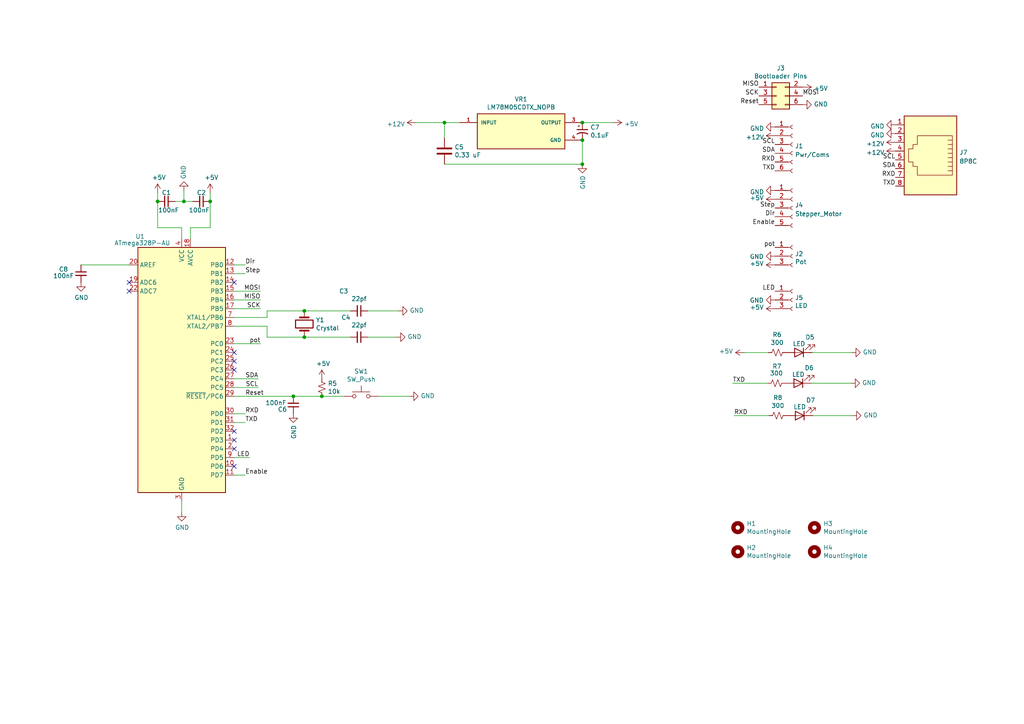
<source format=kicad_sch>
(kicad_sch (version 20211123) (generator eeschema)
  (paper "A4")
  (title_block (title "Dylanduino ATmega328P Stepper Motor Controller") (date "2022-05-30"))
  (lib_symbols
    (symbol "Connector:8P8C" (pin_names (offset 1.016))
      (property "Reference" "J" (at -5.08 13.97 0))
      (property "Value" "8P8C" (at 2.54 13.97 0))
      (symbol "8P8C_0_1"
        (polyline (pts (xy -5.08 4.445) (xy -6.35 4.445)))
        (polyline (pts (xy -5.08 5.715) (xy -6.35 5.715)))
        (polyline (pts (xy -6.35 -3.175) (xy -5.08 -3.175) (xy -5.08 -3.175)))
        (polyline (pts (xy -6.35 -1.905) (xy -5.08 -1.905) (xy -5.08 -1.905)))
        (polyline (pts (xy -6.35 -0.635) (xy -5.08 -0.635) (xy -5.08 -0.635)))
        (polyline (pts (xy -6.35 0.635) (xy -5.08 0.635) (xy -5.08 0.635)))
        (polyline (pts (xy -6.35 1.905) (xy -5.08 1.905) (xy -5.08 1.905)))
        (polyline (pts (xy -5.08 3.175) (xy -6.35 3.175) (xy -6.35 3.175)))
        (polyline (pts (xy -6.35 -4.445) (xy -6.35 6.985) (xy 3.81 6.985) (xy 3.81 4.445) (xy 5.08 4.445) (xy 5.08 3.175) (xy 6.35 3.175) (xy 6.35 -0.635) (xy 5.08 -0.635) (xy 5.08 -1.905) (xy 3.81 -1.905) (xy 3.81 -4.445) (xy -6.35 -4.445) (xy -6.35 -4.445)))
        (rectangle (start 7.62 12.7) (end -7.62 -10.16) (stroke (width 0.254)) (fill (type background)))
      )
      (symbol "8P8C_1_1"
        (pin passive line (at 10.16 -7.62 180) (length 2.54) (name "~") (number "1"))
        (pin passive line (at 10.16 -5.08 180) (length 2.54) (name "~") (number "2"))
        (pin passive line (at 10.16 -2.54 180) (length 2.54) (name "~") (number "3"))
        (pin passive line (at 10.16 0 180) (length 2.54) (name "~") (number "4"))
        (pin passive line (at 10.16 2.54 180) (length 2.54) (name "~") (number "5"))
        (pin passive line (at 10.16 5.08 180) (length 2.54) (name "~") (number "6"))
        (pin passive line (at 10.16 7.62 180) (length 2.54) (name "~") (number "7"))
        (pin passive line (at 10.16 10.16 180) (length 2.54) (name "~") (number "8"))
      )
    )
    (symbol "Connector:Conn_01x03_Female" (pin_names (offset 1.016) hide)
      (property "Reference" "J" (at 0 5.08 0))
      (property "Value" "Conn_01x03_Female" (at 0 -5.08 0))
      (symbol "Conn_01x03_Female_1_1"
        (arc (start 0 -2.032) (mid -0.508 -2.54) (end 0 -3.048) (stroke (width 0.1524)))
        (polyline (pts (xy -1.27 -2.54) (xy -0.508 -2.54)) (stroke (width 0.1524)))
        (polyline (pts (xy -1.27 0) (xy -0.508 0)) (stroke (width 0.1524)))
        (polyline (pts (xy -1.27 2.54) (xy -0.508 2.54)) (stroke (width 0.1524)))
        (arc (start 0 0.508) (mid -0.508 0) (end 0 -0.508) (stroke (width 0.1524)))
        (arc (start 0 3.048) (mid -0.508 2.54) (end 0 2.032) (stroke (width 0.1524)))
        (pin passive line (at -5.08 2.54 0) (length 3.81) (name "Pin_1") (number "1"))
        (pin passive line (at -5.08 0 0) (length 3.81) (name "Pin_2") (number "2"))
        (pin passive line (at -5.08 -2.54 0) (length 3.81) (name "Pin_3") (number "3"))
      )
    )
    (symbol "Connector:Conn_01x05_Female" (pin_names (offset 1.016) hide)
      (property "Reference" "J" (at 0 7.62 0))
      (property "Value" "Conn_01x05_Female" (at 0 -7.62 0))
      (symbol "Conn_01x05_Female_1_1"
        (arc (start 0 -4.572) (mid -0.508 -5.08) (end 0 -5.588) (stroke (width 0.1524)))
        (arc (start 0 -2.032) (mid -0.508 -2.54) (end 0 -3.048) (stroke (width 0.1524)))
        (polyline (pts (xy -1.27 -5.08) (xy -0.508 -5.08)) (stroke (width 0.1524)))
        (polyline (pts (xy -1.27 -2.54) (xy -0.508 -2.54)) (stroke (width 0.1524)))
        (polyline (pts (xy -1.27 0) (xy -0.508 0)) (stroke (width 0.1524)))
        (polyline (pts (xy -1.27 2.54) (xy -0.508 2.54)) (stroke (width 0.1524)))
        (polyline (pts (xy -1.27 5.08) (xy -0.508 5.08)) (stroke (width 0.1524)))
        (arc (start 0 0.508) (mid -0.508 0) (end 0 -0.508) (stroke (width 0.1524)))
        (arc (start 0 3.048) (mid -0.508 2.54) (end 0 2.032) (stroke (width 0.1524)))
        (arc (start 0 5.588) (mid -0.508 5.08) (end 0 4.572) (stroke (width 0.1524)))
        (pin passive line (at -5.08 5.08 0) (length 3.81) (name "Pin_1") (number "1"))
        (pin passive line (at -5.08 2.54 0) (length 3.81) (name "Pin_2") (number "2"))
        (pin passive line (at -5.08 0 0) (length 3.81) (name "Pin_3") (number "3"))
        (pin passive line (at -5.08 -2.54 0) (length 3.81) (name "Pin_4") (number "4"))
        (pin passive line (at -5.08 -5.08 0) (length 3.81) (name "Pin_5") (number "5"))
      )
    )
    (symbol "Connector:Conn_01x06_Female" (pin_names (offset 1.016) hide)
      (property "Reference" "J" (at 0 7.62 0))
      (property "Value" "Conn_01x06_Female" (at 0 -10.16 0))
      (symbol "Conn_01x06_Female_1_1"
        (arc (start 0 -7.112) (mid -0.508 -7.62) (end 0 -8.128) (stroke (width 0.1524)))
        (arc (start 0 -4.572) (mid -0.508 -5.08) (end 0 -5.588) (stroke (width 0.1524)))
        (arc (start 0 -2.032) (mid -0.508 -2.54) (end 0 -3.048) (stroke (width 0.1524)))
        (polyline (pts (xy -1.27 -7.62) (xy -0.508 -7.62)) (stroke (width 0.1524)))
        (polyline (pts (xy -1.27 -5.08) (xy -0.508 -5.08)) (stroke (width 0.1524)))
        (polyline (pts (xy -1.27 -2.54) (xy -0.508 -2.54)) (stroke (width 0.1524)))
        (polyline (pts (xy -1.27 0) (xy -0.508 0)) (stroke (width 0.1524)))
        (polyline (pts (xy -1.27 2.54) (xy -0.508 2.54)) (stroke (width 0.1524)))
        (polyline (pts (xy -1.27 5.08) (xy -0.508 5.08)) (stroke (width 0.1524)))
        (arc (start 0 0.508) (mid -0.508 0) (end 0 -0.508) (stroke (width 0.1524)))
        (arc (start 0 3.048) (mid -0.508 2.54) (end 0 2.032) (stroke (width 0.1524)))
        (arc (start 0 5.588) (mid -0.508 5.08) (end 0 4.572) (stroke (width 0.1524)))
        (pin passive line (at -5.08 5.08 0) (length 3.81) (name "Pin_1") (number "1"))
        (pin passive line (at -5.08 2.54 0) (length 3.81) (name "Pin_2") (number "2"))
        (pin passive line (at -5.08 0 0) (length 3.81) (name "Pin_3") (number "3"))
        (pin passive line (at -5.08 -2.54 0) (length 3.81) (name "Pin_4") (number "4"))
        (pin passive line (at -5.08 -5.08 0) (length 3.81) (name "Pin_5") (number "5"))
        (pin passive line (at -5.08 -7.62 0) (length 3.81) (name "Pin_6") (number "6"))
      )
    )
    (symbol "Connector_Generic:Conn_02x03_Odd_Even" (pin_names (offset 1.016) hide)
      (property "Reference" "J" (at 1.27 5.08 0))
      (property "Value" "Conn_02x03_Odd_Even" (at 1.27 -5.08 0))
      (symbol "Conn_02x03_Odd_Even_1_1"
        (rectangle (start -1.27 -2.413) (end 0 -2.667) (stroke (width 0.1524)))
        (rectangle (start -1.27 0.127) (end 0 -0.127) (stroke (width 0.1524)))
        (rectangle (start -1.27 2.667) (end 0 2.413) (stroke (width 0.1524)))
        (rectangle (start -1.27 3.81) (end 3.81 -3.81) (stroke (width 0.254)) (fill (type background)))
        (rectangle (start 3.81 -2.413) (end 2.54 -2.667) (stroke (width 0.1524)))
        (rectangle (start 3.81 0.127) (end 2.54 -0.127) (stroke (width 0.1524)))
        (rectangle (start 3.81 2.667) (end 2.54 2.413) (stroke (width 0.1524)))
        (pin passive line (at -5.08 2.54 0) (length 3.81) (name "Pin_1") (number "1"))
        (pin passive line (at 7.62 2.54 180) (length 3.81) (name "Pin_2") (number "2"))
        (pin passive line (at -5.08 0 0) (length 3.81) (name "Pin_3") (number "3"))
        (pin passive line (at 7.62 0 180) (length 3.81) (name "Pin_4") (number "4"))
        (pin passive line (at -5.08 -2.54 0) (length 3.81) (name "Pin_5") (number "5"))
        (pin passive line (at 7.62 -2.54 180) (length 3.81) (name "Pin_6") (number "6"))
      )
    )
    (symbol "Device:C" (pin_numbers hide) (pin_names (offset 0.254))
      (property "Reference" "C" (at 0.635 2.54 0))
      (property "Value" "C" (at 0.635 -2.54 0))
      (symbol "C_0_1"
        (polyline (pts (xy -2.032 -0.762) (xy 2.032 -0.762)) (stroke (width 0.508)))
        (polyline (pts (xy -2.032 0.762) (xy 2.032 0.762)) (stroke (width 0.508)))
      )
      (symbol "C_1_1"
        (pin passive line (at 0 3.81 270) (length 2.794) (name "~") (number "1"))
        (pin passive line (at 0 -3.81 90) (length 2.794) (name "~") (number "2"))
      )
    )
    (symbol "Device:CP1_Small" (pin_numbers hide) (pin_names (offset 0.254) hide)
      (property "Reference" "C" (at 0.254 1.778 0))
      (property "Value" "Device_CP1_Small" (at 0.254 -2.032 0))
      (symbol "CP1_Small_0_1"
        (polyline (pts (xy -1.524 0.508) (xy 1.524 0.508)) (stroke (width 0.3048)))
        (polyline (pts (xy -1.27 1.524) (xy -0.762 1.524)))
        (polyline (pts (xy -1.016 1.27) (xy -1.016 1.778)))
        (arc (start 1.524 -0.762) (mid 0 -0.3734) (end -1.524 -0.762) (stroke (width 0.3048)))
      )
      (symbol "CP1_Small_1_1"
        (pin passive line (at 0 2.54 270) (length 2.032) (name "~") (number "1"))
        (pin passive line (at 0 -2.54 90) (length 2.032) (name "~") (number "2"))
      )
    )
    (symbol "Device:C_Small" (pin_numbers hide) (pin_names (offset 0.254) hide)
      (property "Reference" "C" (at 0.254 1.778 0))
      (property "Value" "C_Small" (at 0.254 -2.032 0))
      (symbol "C_Small_0_1"
        (polyline (pts (xy -1.524 -0.508) (xy 1.524 -0.508)) (stroke (width 0.3302)))
        (polyline (pts (xy -1.524 0.508) (xy 1.524 0.508)) (stroke (width 0.3048)))
      )
      (symbol "C_Small_1_1"
        (pin passive line (at 0 2.54 270) (length 2.032) (name "~") (number "1"))
        (pin passive line (at 0 -2.54 90) (length 2.032) (name "~") (number "2"))
      )
    )
    (symbol "Device:Crystal" (pin_numbers hide) (pin_names (offset 1.016) hide)
      (property "Reference" "Y" (at 0 3.81 0))
      (property "Value" "Crystal" (at 0 -3.81 0))
      (symbol "Crystal_0_1"
        (rectangle (start -1.143 2.54) (end 1.143 -2.54) (stroke (width 0.3048)))
        (polyline (pts (xy -2.54 0) (xy -1.905 0)))
        (polyline (pts (xy -1.905 -1.27) (xy -1.905 1.27)) (stroke (width 0.508)))
        (polyline (pts (xy 1.905 -1.27) (xy 1.905 1.27)) (stroke (width 0.508)))
        (polyline (pts (xy 2.54 0) (xy 1.905 0)))
      )
      (symbol "Crystal_1_1"
        (pin passive line (at -3.81 0 0) (length 1.27) (name "1") (number "1"))
        (pin passive line (at 3.81 0 180) (length 1.27) (name "2") (number "2"))
      )
    )
    (symbol "Device:LED" (pin_numbers hide) (pin_names (offset 1.016) hide)
      (property "Reference" "D" (at 0 2.54 0))
      (property "Value" "LED" (at 0 -2.54 0))
      (symbol "LED_0_1"
        (polyline (pts (xy -1.27 -1.27) (xy -1.27 1.27)) (stroke (width 0.254)))
        (polyline (pts (xy -1.27 0) (xy 1.27 0)))
        (polyline (pts (xy 1.27 -1.27) (xy 1.27 1.27) (xy -1.27 0) (xy 1.27 -1.27)) (stroke (width 0.254)))
        (polyline (pts (xy -3.048 -0.762) (xy -4.572 -2.286) (xy -3.81 -2.286) (xy -4.572 -2.286) (xy -4.572 -1.524)))
        (polyline (pts (xy -1.778 -0.762) (xy -3.302 -2.286) (xy -2.54 -2.286) (xy -3.302 -2.286) (xy -3.302 -1.524)))
      )
      (symbol "LED_1_1"
        (pin passive line (at -3.81 0 0) (length 2.54) (name "K") (number "1"))
        (pin passive line (at 3.81 0 180) (length 2.54) (name "A") (number "2"))
      )
    )
    (symbol "Device:R_Small_US" (pin_numbers hide) (pin_names (offset 0.254) hide)
      (property "Reference" "R" (at 0.762 0.508 0))
      (property "Value" "R_Small_US" (at 0.762 -1.016 0))
      (symbol "R_Small_US_1_1"
        (polyline (pts (xy 0 0) (xy 1.016 -0.381) (xy 0 -0.762) (xy -1.016 -1.143) (xy 0 -1.524)))
        (polyline (pts (xy 0 1.524) (xy 1.016 1.143) (xy 0 0.762) (xy -1.016 0.381) (xy 0 0)))
        (pin passive line (at 0 2.54 270) (length 1.016) (name "~") (number "1"))
        (pin passive line (at 0 -2.54 90) (length 1.016) (name "~") (number "2"))
      )
    )
    (symbol "LM78M05CDTX_NOPB:LM78M05CDTX_NOPB" (pin_names (offset 1.016))
      (property "Reference" "VR" (at -12.7 5.842 0))
      (property "Value" "LM78M05CDTX_NOPB_LM78M05CDTX_NOPB" (at -12.7 -5.842 0))
      (symbol "LM78M05CDTX_NOPB_0_0"
        (rectangle (start -12.7 -5.08) (end 12.7 5.08) (stroke (width 0.254)) (fill (type background)))
        (pin input line (at -17.78 2.54 0) (length 5.08) (name "INPUT") (number "1"))
        (pin output line (at 17.78 2.54 180) (length 5.08) (name "OUTPUT") (number "3"))
        (pin power_in line (at 17.78 -2.54 180) (length 5.08) (name "GND") (number "4"))
      )
    )
    (symbol "MCU_Microchip_ATmega:ATmega328P-AU"
      (property "Reference" "U" (at -12.7 36.83 0))
      (property "Value" "MCU_Microchip_ATmega_ATmega328P-AU" (at 2.54 -36.83 0))
      (symbol "ATmega328P-AU_0_1"
        (rectangle (start -12.7 -35.56) (end 12.7 35.56) (stroke (width 0.254)) (fill (type background)))
      )
      (symbol "ATmega328P-AU_1_1"
        (pin bidirectional line (at 15.24 -20.32 180) (length 2.54) (name "PD3") (number "1"))
        (pin bidirectional line (at 15.24 -27.94 180) (length 2.54) (name "PD6") (number "10"))
        (pin bidirectional line (at 15.24 -30.48 180) (length 2.54) (name "PD7") (number "11"))
        (pin bidirectional line (at 15.24 30.48 180) (length 2.54) (name "PB0") (number "12"))
        (pin bidirectional line (at 15.24 27.94 180) (length 2.54) (name "PB1") (number "13"))
        (pin bidirectional line (at 15.24 25.4 180) (length 2.54) (name "PB2") (number "14"))
        (pin bidirectional line (at 15.24 22.86 180) (length 2.54) (name "PB3") (number "15"))
        (pin bidirectional line (at 15.24 20.32 180) (length 2.54) (name "PB4") (number "16"))
        (pin bidirectional line (at 15.24 17.78 180) (length 2.54) (name "PB5") (number "17"))
        (pin power_in line (at 2.54 38.1 270) (length 2.54) (name "AVCC") (number "18"))
        (pin input line (at -15.24 25.4 0) (length 2.54) (name "ADC6") (number "19"))
        (pin bidirectional line (at 15.24 -22.86 180) (length 2.54) (name "PD4") (number "2"))
        (pin passive line (at -15.24 30.48 0) (length 2.54) (name "AREF") (number "20"))
        (pin passive line (at 0 -38.1 90) (length 2.54) hide (name "GND") (number "21"))
        (pin input line (at -15.24 22.86 0) (length 2.54) (name "ADC7") (number "22"))
        (pin bidirectional line (at 15.24 7.62 180) (length 2.54) (name "PC0") (number "23"))
        (pin bidirectional line (at 15.24 5.08 180) (length 2.54) (name "PC1") (number "24"))
        (pin bidirectional line (at 15.24 2.54 180) (length 2.54) (name "PC2") (number "25"))
        (pin bidirectional line (at 15.24 0 180) (length 2.54) (name "PC3") (number "26"))
        (pin bidirectional line (at 15.24 -2.54 180) (length 2.54) (name "PC4") (number "27"))
        (pin bidirectional line (at 15.24 -5.08 180) (length 2.54) (name "PC5") (number "28"))
        (pin bidirectional line (at 15.24 -7.62 180) (length 2.54) (name "~{RESET}/PC6") (number "29"))
        (pin power_in line (at 0 -38.1 90) (length 2.54) (name "GND") (number "3"))
        (pin bidirectional line (at 15.24 -12.7 180) (length 2.54) (name "PD0") (number "30"))
        (pin bidirectional line (at 15.24 -15.24 180) (length 2.54) (name "PD1") (number "31"))
        (pin bidirectional line (at 15.24 -17.78 180) (length 2.54) (name "PD2") (number "32"))
        (pin power_in line (at 0 38.1 270) (length 2.54) (name "VCC") (number "4"))
        (pin passive line (at 0 -38.1 90) (length 2.54) hide (name "GND") (number "5"))
        (pin passive line (at 0 38.1 270) (length 2.54) hide (name "VCC") (number "6"))
        (pin bidirectional line (at 15.24 15.24 180) (length 2.54) (name "XTAL1/PB6") (number "7"))
        (pin bidirectional line (at 15.24 12.7 180) (length 2.54) (name "XTAL2/PB7") (number "8"))
        (pin bidirectional line (at 15.24 -25.4 180) (length 2.54) (name "PD5") (number "9"))
      )
    )
    (symbol "Mechanical:MountingHole" (pin_names (offset 1.016))
      (property "Reference" "H" (at 0 5.08 0))
      (property "Value" "MountingHole" (at 0 3.175 0))
      (symbol "MountingHole_0_1"
        (circle (center 0 0) (radius 1.27) (stroke (width 1.27)))
      )
    )
    (symbol "Switch:SW_Push" (pin_numbers hide) (pin_names (offset 1.016) hide)
      (property "Reference" "SW" (at 1.27 2.54 0))
      (property "Value" "SW_Push" (at 0 -1.524 0))
      (symbol "SW_Push_0_1"
        (circle (center -2.032 0) (radius 0.508))
        (polyline (pts (xy 0 1.27) (xy 0 3.048)))
        (polyline (pts (xy 2.54 1.27) (xy -2.54 1.27)))
        (circle (center 2.032 0) (radius 0.508))
        (pin passive line (at -5.08 0 0) (length 2.54) (name "1") (number "1"))
        (pin passive line (at 5.08 0 180) (length 2.54) (name "2") (number "2"))
      )
    )
    (symbol "power:+12V" (power) (pin_names (offset 0))
      (property "Value" "+12V" (at 0 3.556 0))
      (symbol "+12V_0_1"
        (polyline (pts (xy -0.762 1.27) (xy 0 2.54)))
        (polyline (pts (xy 0 0) (xy 0 2.54)))
        (polyline (pts (xy 0 2.54) (xy 0.762 1.27)))
      )
      (symbol "+12V_1_1"
        (pin power_in line (at 0 0 90) (length 0) hide (name "+12V") (number "1"))
      )
    )
    (symbol "power:+5V" (power) (pin_names (offset 0))
      (property "Value" "+5V" (at 0 3.556 0))
      (symbol "+5V_0_1"
        (polyline (pts (xy -0.762 1.27) (xy 0 2.54)))
        (polyline (pts (xy 0 0) (xy 0 2.54)))
        (polyline (pts (xy 0 2.54) (xy 0.762 1.27)))
      )
      (symbol "+5V_1_1"
        (pin power_in line (at 0 0 90) (length 0) hide (name "+5V") (number "1"))
      )
    )
    (symbol "power:GND" (power) (pin_names (offset 0))
      (property "Value" "GND" (at 0 -3.81 0))
      (symbol "GND_0_1"
        (polyline (pts (xy 0 0) (xy 0 -1.27) (xy 1.27 -1.27) (xy 0 -2.54) (xy -1.27 -1.27) (xy 0 -1.27)))
      )
      (symbol "GND_1_1"
        (pin power_in line (at 0 0 270) (length 0) hide (name "GND") (number "1"))
      )
    )
  )
  (junction (at 168.91 47.625))
  (junction (at 88.265 90.17))
  (junction (at 168.91 35.56))
  (junction (at 168.91 40.64))
  (junction (at 60.96 58.42))
  (junction (at 45.72 58.42))
  (junction (at 93.345 114.935))
  (junction (at 85.09 114.935))
  (junction (at 53.34 58.42))
  (junction (at 88.265 97.79))
  (junction (at 128.905 35.56))
  (no_connect (at 37.465 84.455))
  (no_connect (at 67.945 107.315))
  (no_connect (at 67.945 130.175))
  (no_connect (at 67.945 127.635))
  (no_connect (at 67.945 125.095))
  (no_connect (at 67.945 102.235))
  (no_connect (at 67.945 104.775))
  (no_connect (at 37.465 81.915))
  (no_connect (at 67.945 135.255))
  (no_connect (at 67.945 81.915))
  (wire (pts (xy 74.93 112.395) (xy 67.945 112.395)))
  (wire (pts (xy 128.905 35.56) (xy 133.35 35.56)))
  (wire (pts (xy 128.905 40.005) (xy 128.905 35.56)))
  (wire (pts (xy 115.57 90.17) (xy 106.68 90.17)))
  (wire (pts (xy 215.8746 102.2604) (xy 222.8596 102.2604)))
  (wire (pts (xy 168.91 40.64) (xy 168.91 47.625)))
  (wire (pts (xy 45.72 58.42) (xy 45.72 66.04)))
  (wire (pts (xy 60.96 58.42) (xy 60.96 66.04)))
  (wire (pts (xy 60.96 55.88) (xy 60.96 58.42)))
  (wire (pts (xy 53.34 55.245) (xy 53.34 58.42)))
  (wire (pts (xy 99.695 114.935) (xy 93.345 114.935)))
  (wire (pts (xy 88.265 90.17) (xy 101.6 90.17)))
  (wire (pts (xy 72.39 132.715) (xy 67.945 132.715)))
  (wire (pts (xy 67.945 94.615) (xy 77.47 94.615)))
  (wire (pts (xy 235.7628 120.5484) (xy 247.1928 120.5484)))
  (wire (pts (xy 45.72 66.04) (xy 52.705 66.04)))
  (wire (pts (xy 67.945 114.935) (xy 85.09 114.935)))
  (wire (pts (xy 52.705 66.04) (xy 52.705 69.215)))
  (wire (pts (xy 67.945 99.695) (xy 75.565 99.695)))
  (wire (pts (xy 235.3564 111.1504) (xy 246.7864 111.1504)))
  (wire (pts (xy 52.705 148.59) (xy 52.705 145.415)))
  (wire (pts (xy 88.265 97.79) (xy 101.6 97.79)))
  (wire (pts (xy 235.5596 102.2604) (xy 246.9896 102.2604)))
  (wire (pts (xy 50.8 58.42) (xy 53.34 58.42)))
  (wire (pts (xy 23.495 76.835) (xy 37.465 76.835)))
  (wire (pts (xy 45.72 55.88) (xy 45.72 58.42)))
  (wire (pts (xy 67.945 92.075) (xy 77.47 92.075)))
  (wire (pts (xy 71.12 120.015) (xy 67.945 120.015)))
  (wire (pts (xy 77.47 94.615) (xy 77.47 97.79)))
  (wire (pts (xy 212.4964 111.1504) (xy 222.6564 111.1504)))
  (wire (pts (xy 53.34 58.42) (xy 55.88 58.42)))
  (wire (pts (xy 67.945 109.855) (xy 74.93 109.855)))
  (wire (pts (xy 120.65 35.56) (xy 128.905 35.56)))
  (wire (pts (xy 114.935 97.79) (xy 106.68 97.79)))
  (wire (pts (xy 77.47 90.17) (xy 88.265 90.17)))
  (wire (pts (xy 109.855 114.935) (xy 118.745 114.935)))
  (wire (pts (xy 67.945 122.555) (xy 71.12 122.555)))
  (wire (pts (xy 75.565 84.455) (xy 67.945 84.455)))
  (wire (pts (xy 67.945 137.795) (xy 71.12 137.795)))
  (wire (pts (xy 67.945 86.995) (xy 75.565 86.995)))
  (wire (pts (xy 168.91 35.56) (xy 177.8 35.56)))
  (wire (pts (xy 77.47 97.79) (xy 88.265 97.79)))
  (wire (pts (xy 85.09 114.935) (xy 93.345 114.935)))
  (wire (pts (xy 67.945 76.835) (xy 71.12 76.835)))
  (wire (pts (xy 212.9028 120.5484) (xy 223.0628 120.5484)))
  (wire (pts (xy 55.245 66.04) (xy 60.96 66.04)))
  (wire (pts (xy 75.565 89.535) (xy 67.945 89.535)))
  (wire (pts (xy 55.245 69.215) (xy 55.245 66.04)))
  (wire (pts (xy 77.47 92.075) (xy 77.47 90.17)))
  (wire (pts (xy 67.945 79.375) (xy 71.12 79.375)))
  (wire (pts (xy 128.905 47.625) (xy 168.91 47.625)))
  (label "Reset" (at 220.091 30.353 180))
  (label "SCL" (at 259.715 46.355 180))
  (label "Step" (at 71.12 79.375 0))
  (label "SDA" (at 224.79 44.45 180))
  (label "TXD" (at 71.12 122.555 0))
  (label "MOSI" (at 75.565 84.455 180))
  (label "Enable" (at 224.79 65.405 180))
  (label "Reset" (at 71.12 114.935 0))
  (label "MOSI" (at 232.791 27.813 0))
  (label "TXD" (at 212.4964 111.1504 0))
  (label "Dir" (at 71.12 76.835 0))
  (label "RXD" (at 71.12 120.015 0))
  (label "LED" (at 72.39 132.715 180))
  (label "TXD" (at 224.79 49.53 180))
  (label "pot" (at 224.79 71.755 180))
  (label "MISO" (at 220.091 25.273 180))
  (label "RXD" (at 259.715 51.435 180))
  (label "RXD" (at 212.9028 120.5484 0))
  (label "Enable" (at 71.12 137.795 0))
  (label "Step" (at 224.79 60.325 180))
  (label "TXD" (at 259.715 53.975 180))
  (label "SCL" (at 74.93 112.395 180))
  (label "SDA" (at 259.715 48.895 180))
  (label "SCK" (at 220.091 27.813 180))
  (label "LED" (at 224.79 84.455 180))
  (label "SCK" (at 75.565 89.535 180))
  (label "MISO" (at 75.565 86.995 180))
  (label "SCL" (at 224.79 41.91 180))
  (label "Dir" (at 224.79 62.865 180))
  (label "pot" (at 75.565 99.695 180))
  (label "RXD" (at 224.79 46.99 180))
  (label "SDA" (at 74.93 109.855 180))
  (symbol (lib_id "MCU_Microchip_ATmega:ATmega328P-AU") (at 52.705 107.315 0) (unit 1)
    (property "Reference" "U1" (at 40.64 68.58 0))
    (property "Value" "ATmega328P-AU" (at 41.275 70.485 0))
    (property "Footprint" "Package_QFP:TQFP-32_7x7mm_P0.8mm" (effects hide))
    (property "Datasheet" "http://ww1.microchip.com/downloads/en/DeviceDoc/ATmega328_P%20AVR%20MCU%20with%20picoPower%20Technology%20Data%20Sheet%2040001984A.pdf" (effects hide))
  )
  (symbol (lib_id "Switch:SW_Push") (at 104.775 114.935 0) (unit 1)
    (property "Reference" "SW1" (at 104.775 107.696 0))
    (property "Value" "SW_Push" (at 104.775 110.0074 0))
    (property "Footprint" "dylan:PTS636SK25SMTRLFS" (effects hide))
  )
  (symbol (lib_id "Device:R_Small_US") (at 93.345 112.395 0) (unit 1)
    (property "Reference" "R5" (at 95.0722 111.2266 0) (effects (justify left)))
    (property "Value" "10k" (at 95.0722 113.538 0) (effects (justify left)))
    (property "Footprint" "Resistor_SMD:R_0805_2012Metric" (effects hide))
  )
  (symbol (lib_id "power:+5V") (at 93.345 109.855 0) (unit 1)
    (property "Reference" "#PWR0101" (effects hide))
    (property "Value" "+5V" (at 93.726 105.4608 0))
  )
  (symbol (lib_id "power:GND") (at 118.745 114.935 90) (unit 1)
    (property "Reference" "#PWR0102" (effects hide))
    (property "Value" "GND" (at 121.9962 114.808 90) (effects (justify right)))
  )
  (symbol (lib_id "power:GND") (at 52.705 148.59 0) (unit 1)
    (property "Reference" "#PWR0103" (effects hide))
    (property "Value" "GND" (at 52.832 152.9842 0))
  )
  (symbol (lib_id "Device:Crystal") (at 88.265 93.98 270) (unit 1)
    (property "Reference" "Y1" (at 91.5924 92.8116 90) (effects (justify left)))
    (property "Value" "Crystal" (at 91.5924 95.123 90) (effects (justify left)))
    (property "Footprint" "dylan:XTAL_ECS-160-20-5PXDN-TR" (effects hide))
  )
  (symbol (lib_id "Device:C_Small") (at 104.14 90.17 270) (unit 1)
    (property "Reference" "C3" (at 99.695 84.455 90))
    (property "Value" "22pf" (at 104.14 86.6648 90))
    (property "Footprint" "Capacitor_SMD:C_0603_1608Metric" (effects hide))
  )
  (symbol (lib_id "Device:C_Small") (at 104.14 97.79 270) (unit 1)
    (property "Reference" "C4" (at 100.33 92.075 90))
    (property "Value" "22pf" (at 104.14 94.2848 90))
    (property "Footprint" "Capacitor_SMD:C_0603_1608Metric" (effects hide))
  )
  (symbol (lib_id "power:GND") (at 114.935 97.79 90) (unit 1)
    (property "Reference" "#PWR0104" (effects hide))
    (property "Value" "GND" (at 118.1862 97.663 90) (effects (justify right)))
  )
  (symbol (lib_id "power:GND") (at 115.57 90.17 90) (unit 1)
    (property "Reference" "#PWR0105" (effects hide))
    (property "Value" "GND" (at 118.8212 90.043 90) (effects (justify right)))
  )
  (symbol (lib_id "power:+5V") (at 45.72 55.88 0) (unit 1)
    (property "Reference" "#PWR0106" (effects hide))
    (property "Value" "+5V" (at 46.101 51.4858 0))
  )
  (symbol (lib_id "Connector:Conn_01x03_Female") (at 229.87 86.995 0) (unit 1)
    (property "Reference" "J5" (at 230.5812 86.3346 0) (effects (justify left)))
    (property "Value" "LED" (at 230.5812 88.646 0) (effects (justify left)))
    (property "Footprint" "Connector_PinHeader_2.54mm:PinHeader_1x03_P2.54mm_Vertical" (effects hide))
  )
  (symbol (lib_id "power:+5V") (at 224.79 89.535 90) (unit 1)
    (property "Reference" "#PWR0120" (effects hide))
    (property "Value" "+5V" (at 221.5388 89.154 90) (effects (justify left)))
  )
  (symbol (lib_id "power:GND") (at 224.79 86.995 270) (unit 1)
    (property "Reference" "#PWR0121" (effects hide))
    (property "Value" "GND" (at 221.5388 87.122 90) (effects (justify right)))
  )
  (symbol (lib_id "power:GND") (at 246.9896 102.2604 90) (unit 1)
    (property "Reference" "#PWR0122" (effects hide))
    (property "Value" "GND" (at 250.2408 102.1334 90) (effects (justify right)))
  )
  (symbol (lib_id "Device:R_Small_US") (at 225.3996 102.2604 270) (unit 1)
    (property "Reference" "R6" (at 225.3996 97.0534 90))
    (property "Value" "300" (at 225.3996 99.3648 90))
    (property "Footprint" "Resistor_SMD:R_0603_1608Metric" (effects hide))
  )
  (symbol (lib_id "Device:LED") (at 231.7496 102.2604 180) (unit 1)
    (property "Reference" "D5" (at 234.9246 97.8154 0))
    (property "Value" "LED" (at 231.7496 99.7204 0))
    (property "Footprint" "LED_SMD:LED_0402_1005Metric" (effects hide))
  )
  (symbol (lib_id "power:+5V") (at 215.8746 102.2604 90) (unit 1)
    (property "Reference" "#PWR0123" (effects hide))
    (property "Value" "+5V" (at 212.6234 101.8794 90) (effects (justify left)))
  )
  (symbol (lib_id "power:+5V") (at 232.791 25.273 270) (unit 1)
    (property "Reference" "#PWR0115" (effects hide))
    (property "Value" "+5V" (at 236.0422 25.654 90) (effects (justify left)))
  )
  (symbol (lib_id "power:GND") (at 232.791 30.353 90) (unit 1)
    (property "Reference" "#PWR0116" (effects hide))
    (property "Value" "GND" (at 236.0422 30.226 90) (effects (justify right)))
  )
  (symbol (lib_id "LM78M05CDTX_NOPB:LM78M05CDTX_NOPB") (at 151.13 38.1 0) (unit 1)
    (property "Reference" "VR1" (at 151.13 28.7782 0))
    (property "Value" "LM78M05CDTX_NOPB" (at 151.13 31.0896 0))
    (property "Footprint" "dylan:TO228P991X255-3N" (effects hide))
    (property "SNAPEDA_PACKAGE_ID" "102662" (effects hide))
    (property "STANDARD" "IPC-7351B" (effects hide))
    (property "PARTREV" "G" (effects hide))
    (property "MANUFACTURER" "Texas Instruments" (effects hide))
    (property "MAXIMUM_PACKAGE_HEIGHT" "2.55mm" (effects hide))
  )
  (symbol (lib_id "power:GND") (at 246.7864 111.1504 90) (unit 1)
    (property "Reference" "#PWR0124" (effects hide))
    (property "Value" "GND" (at 250.0376 111.0234 90) (effects (justify right)))
  )
  (symbol (lib_id "Device:R_Small_US") (at 225.1964 111.1504 270) (unit 1)
    (property "Reference" "R7" (at 225.3488 106.2736 90))
    (property "Value" "300" (at 225.1964 108.2548 90))
    (property "Footprint" "Resistor_SMD:R_0603_1608Metric" (effects hide))
  )
  (symbol (lib_id "Device:LED") (at 231.5464 111.1504 180) (unit 1)
    (property "Reference" "D6" (at 234.7214 106.7054 0))
    (property "Value" "LED" (at 231.5464 108.6104 0))
    (property "Footprint" "LED_SMD:LED_0402_1005Metric" (effects hide))
  )
  (symbol (lib_id "power:GND") (at 247.1928 120.5484 90) (unit 1)
    (property "Reference" "#PWR0125" (effects hide))
    (property "Value" "GND" (at 250.444 120.4214 90) (effects (justify right)))
  )
  (symbol (lib_id "Device:R_Small_US") (at 225.6028 120.5484 270) (unit 1)
    (property "Reference" "R8" (at 225.6028 115.3414 90))
    (property "Value" "300" (at 225.6028 117.6528 90))
    (property "Footprint" "Resistor_SMD:R_0603_1608Metric" (effects hide))
  )
  (symbol (lib_id "Device:LED") (at 231.9528 120.5484 180) (unit 1)
    (property "Reference" "D7" (at 235.1278 116.1034 0))
    (property "Value" "LED" (at 231.9528 118.0084 0))
    (property "Footprint" "LED_SMD:LED_0402_1005Metric" (effects hide))
  )
  (symbol (lib_id "power:GND") (at 168.91 47.625 0) (unit 1)
    (property "Reference" "#PWR0118" (effects hide))
    (property "Value" "GND" (at 169.037 50.8762 90) (effects (justify right)))
  )
  (symbol (lib_id "power:+5V") (at 177.8 35.56 270) (unit 1)
    (property "Reference" "#PWR0119" (effects hide))
    (property "Value" "+5V" (at 181.0512 35.941 90) (effects (justify left)))
  )
  (symbol (lib_id "Device:CP1_Small") (at 168.91 38.1 0) (unit 1)
    (property "Reference" "C7" (at 171.2214 36.9316 0) (effects (justify left)))
    (property "Value" "0.1uF" (at 171.2214 39.243 0) (effects (justify left)))
    (property "Footprint" "Capacitor_SMD:C_0603_1608Metric" (effects hide))
  )
  (symbol (lib_id "Device:C") (at 128.905 43.815 0) (unit 1)
    (property "Reference" "C5" (at 131.826 42.6466 0) (effects (justify left)))
    (property "Value" "0.33 uF" (at 131.826 44.958 0) (effects (justify left)))
    (property "Footprint" "Capacitor_SMD:C_0603_1608Metric" (effects hide))
  )
  (symbol (lib_id "power:+5V") (at 60.96 55.88 0) (unit 1)
    (property "Reference" "#PWR0126" (effects hide))
    (property "Value" "+5V" (at 61.341 51.4858 0))
  )
  (symbol (lib_id "Device:C_Small") (at 85.09 117.475 180) (unit 1)
    (property "Reference" "C6" (at 81.915 118.745 0))
    (property "Value" "100nF" (at 80.01 116.84 0))
    (property "Footprint" "Capacitor_SMD:C_0603_1608Metric" (effects hide))
  )
  (symbol (lib_id "Connector_Generic:Conn_02x03_Odd_Even") (at 225.171 27.813 0) (unit 1)
    (property "Reference" "J3" (at 226.441 19.7612 0))
    (property "Value" "Bootloader Pins" (at 226.441 22.0726 0))
    (property "Footprint" "Connector_PinHeader_2.54mm:PinHeader_2x03_P2.54mm_Vertical" (effects hide))
  )
  (symbol (lib_id "Mechanical:MountingHole") (at 213.995 153.035 0) (unit 1)
    (property "Reference" "H1" (at 216.535 151.8666 0) (effects (justify left)))
    (property "Value" "MountingHole" (at 216.535 154.178 0) (effects (justify left)))
    (property "Footprint" "MountingHole:MountingHole_2.2mm_M2" (effects hide))
  )
  (symbol (lib_id "Mechanical:MountingHole") (at 213.995 160.02 0) (unit 1)
    (property "Reference" "H2" (at 216.535 158.8516 0) (effects (justify left)))
    (property "Value" "MountingHole" (at 216.535 161.163 0) (effects (justify left)))
    (property "Footprint" "MountingHole:MountingHole_2.2mm_M2" (effects hide))
  )
  (symbol (lib_id "Mechanical:MountingHole") (at 236.22 160.02 0) (unit 1)
    (property "Reference" "H4" (at 238.76 158.8516 0) (effects (justify left)))
    (property "Value" "MountingHole" (at 238.76 161.163 0) (effects (justify left)))
    (property "Footprint" "MountingHole:MountingHole_2.2mm_M2" (effects hide))
  )
  (symbol (lib_id "Mechanical:MountingHole") (at 236.22 153.035 0) (unit 1)
    (property "Reference" "H3" (at 238.76 151.8666 0) (effects (justify left)))
    (property "Value" "MountingHole" (at 238.76 154.178 0) (effects (justify left)))
    (property "Footprint" "MountingHole:MountingHole_2.2mm_M2" (effects hide))
  )
  (symbol (lib_id "power:GND") (at 53.34 55.245 180) (unit 1)
    (property "Reference" "#PWR01" (effects hide))
    (property "Value" "GND" (at 53.213 51.9938 90) (effects (justify right)))
  )
  (symbol (lib_id "power:GND") (at 85.09 120.015 0) (unit 1)
    (property "Reference" "#PWR02" (effects hide))
    (property "Value" "GND" (at 85.217 123.2662 90) (effects (justify right)))
  )
  (symbol (lib_id "power:GND") (at 224.79 74.295 270) (unit 1)
    (property "Reference" "#PWR0113" (effects hide))
    (property "Value" "GND" (at 221.5388 74.422 90) (effects (justify right)))
  )
  (symbol (lib_id "Device:C_Small") (at 58.42 58.42 270) (unit 1)
    (property "Reference" "C2" (at 58.42 55.88 90))
    (property "Value" "100nF" (at 57.785 60.96 90))
    (property "Footprint" "Capacitor_SMD:C_0603_1608Metric" (effects hide))
  )
  (symbol (lib_id "power:+5V") (at 224.79 76.835 90) (unit 1)
    (property "Reference" "#PWR0112" (effects hide))
    (property "Value" "+5V" (at 221.5388 76.454 90) (effects (justify left)))
  )
  (symbol (lib_id "power:+5V") (at 224.79 57.785 90) (unit 1)
    (property "Reference" "#PWR0108" (effects hide))
    (property "Value" "+5V" (at 221.5388 57.404 90) (effects (justify left)))
  )
  (symbol (lib_id "power:+12V") (at 224.79 39.37 90) (unit 1)
    (property "Reference" "#PWR0109" (effects hide))
    (property "Value" "+12V" (at 221.615 39.8038 90) (effects (justify left)))
  )
  (symbol (lib_id "power:GND") (at 259.715 38.735 270) (unit 1)
    (property "Reference" "#PWR0133" (effects hide))
    (property "Value" "GND" (at 256.5401 39.1688 90) (effects (justify right)))
  )
  (symbol (lib_id "power:+12V") (at 120.65 35.56 90) (unit 1)
    (property "Reference" "#PWR0107" (effects hide))
    (property "Value" "+12V" (at 117.475 35.9938 90) (effects (justify left)))
  )
  (symbol (lib_id "Device:C_Small") (at 23.495 79.375 0) (unit 1)
    (property "Reference" "C8" (at 18.415 78.105 0))
    (property "Value" "100nF" (at 18.415 80.01 0))
    (property "Footprint" "Capacitor_SMD:C_0603_1608Metric" (effects hide))
  )
  (symbol (lib_id "power:GND") (at 259.715 36.195 270) (unit 1)
    (property "Reference" "#PWR0128" (effects hide))
    (property "Value" "GND" (at 256.5401 36.6288 90) (effects (justify right)))
  )
  (symbol (lib_id "Connector:Conn_01x05_Female") (at 229.87 60.325 0) (unit 1)
    (property "Reference" "J4" (at 230.5812 59.4903 0) (effects (justify left)))
    (property "Value" "Stepper_Motor" (at 230.5812 62.0272 0) (effects (justify left)))
    (property "Footprint" "Connector_PinHeader_2.54mm:PinHeader_1x05_P2.54mm_Vertical" (effects hide))
  )
  (symbol (lib_id "power:GND") (at 224.79 36.83 270) (unit 1)
    (property "Reference" "#PWR0110" (effects hide))
    (property "Value" "GND" (at 221.6151 37.2638 90) (effects (justify right)))
  )
  (symbol (lib_id "power:GND") (at 224.79 55.245 270) (unit 1)
    (property "Reference" "#PWR0111" (effects hide))
    (property "Value" "GND" (at 221.6151 55.6788 90) (effects (justify right)))
  )
  (symbol (lib_id "power:GND") (at 23.495 81.915 0) (unit 1)
    (property "Reference" "#PWR0114" (effects hide))
    (property "Value" "GND" (at 23.622 86.3092 0))
  )
  (symbol (lib_id "Connector:8P8C") (at 269.875 43.815 180) (unit 1)
    (property "Reference" "J7" (at 278.257 44.2503 0) (effects (justify right)))
    (property "Value" "8P8C" (at 278.257 46.7872 0) (effects (justify right)))
    (property "Footprint" "Connector_RJ:RJ45_Ninigi_GE" (effects hide))
  )
  (symbol (lib_id "Connector:Conn_01x03_Female") (at 229.87 74.295 0) (unit 1)
    (property "Reference" "J2" (at 230.5812 73.6346 0) (effects (justify left)))
    (property "Value" "Pot" (at 230.5812 75.946 0) (effects (justify left)))
    (property "Footprint" "Connector_PinHeader_2.54mm:PinHeader_1x03_P2.54mm_Vertical" (effects hide))
  )
  (symbol (lib_id "power:+12V") (at 259.715 41.275 90) (unit 1)
    (property "Reference" "#PWR0134" (effects hide))
    (property "Value" "+12V" (at 256.54 41.7088 90) (effects (justify left)))
  )
  (symbol (lib_id "Connector:Conn_01x06_Female") (at 229.87 41.91 0) (unit 1)
    (property "Reference" "J1" (at 230.5812 42.3453 0) (effects (justify left)))
    (property "Value" "Pwr/Coms" (at 230.5812 44.8822 0) (effects (justify left)))
    (property "Footprint" "Connector_PinHeader_2.54mm:PinHeader_1x06_P2.54mm_Vertical" (effects hide))
  )
  (symbol (lib_id "power:+12V") (at 259.715 43.815 90) (unit 1)
    (property "Reference" "#PWR0127" (effects hide))
    (property "Value" "+12V" (at 256.54 44.2488 90) (effects (justify left)))
  )
  (symbol (lib_id "Device:C_Small") (at 48.26 58.42 270) (unit 1)
    (property "Reference" "C1" (at 48.26 55.88 90))
    (property "Value" "100nF" (at 48.895 60.96 90))
    (property "Footprint" "Capacitor_SMD:C_0603_1608Metric" (effects hide))
  )
)
</source>
